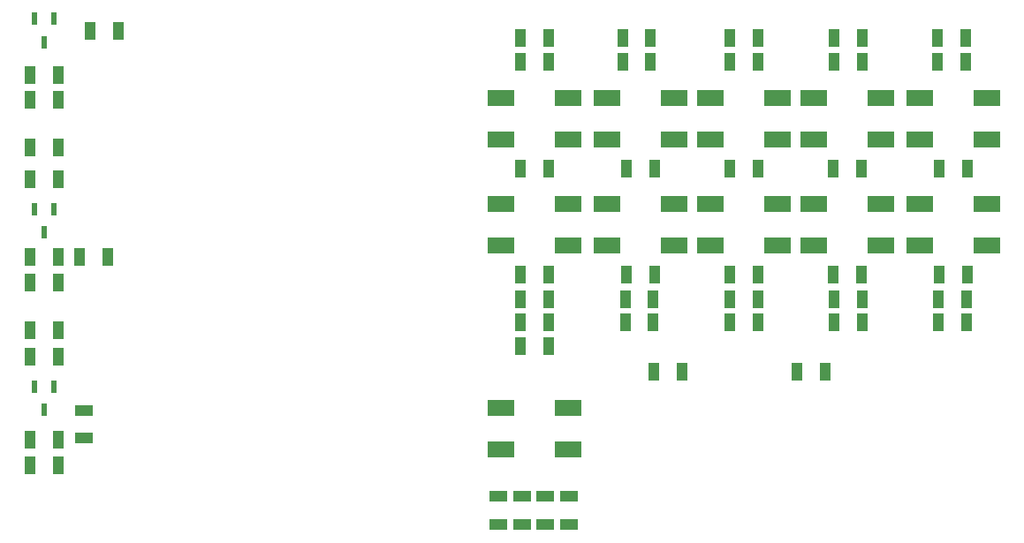
<source format=gtp>
G04 Layer_Color=8421504*
%FSAX24Y24*%
%MOIN*%
G70*
G01*
G75*
%ADD10R,0.0984X0.0591*%
%ADD11R,0.0433X0.0669*%
%ADD12R,0.0669X0.0433*%
%ADD13R,0.0236X0.0453*%
D10*
X025660Y-005487D02*
D03*
X023140D02*
D03*
X025660Y-003913D02*
D03*
X023140D02*
D03*
X027140D02*
D03*
X029660D02*
D03*
X027140Y-005487D02*
D03*
X029660D02*
D03*
X033560D02*
D03*
X031040D02*
D03*
X033560Y-003913D02*
D03*
X031040D02*
D03*
X034940D02*
D03*
X037460D02*
D03*
X034940Y-005487D02*
D03*
X037460D02*
D03*
X041460D02*
D03*
X038940D02*
D03*
X041460Y-003913D02*
D03*
X038940D02*
D03*
X023140Y-007913D02*
D03*
X025660D02*
D03*
X023140Y-009487D02*
D03*
X025660D02*
D03*
X029660D02*
D03*
X027140D02*
D03*
X029660Y-007913D02*
D03*
X027140D02*
D03*
X031040D02*
D03*
X033560D02*
D03*
X031040Y-009487D02*
D03*
X033560D02*
D03*
X034940Y-007913D02*
D03*
X037460D02*
D03*
X034940Y-009487D02*
D03*
X037460D02*
D03*
X038940Y-007913D02*
D03*
X041460D02*
D03*
X038940Y-009487D02*
D03*
X041460D02*
D03*
X025660Y-017187D02*
D03*
X023140D02*
D03*
X025660Y-015613D02*
D03*
X023140D02*
D03*
D11*
X027717Y-001673D02*
D03*
X028780D02*
D03*
X035689D02*
D03*
X036752D02*
D03*
X028780Y-002559D02*
D03*
X027717D02*
D03*
X036752D02*
D03*
X035689D02*
D03*
X008701Y-001378D02*
D03*
X007638D02*
D03*
X029961Y-014272D02*
D03*
X028898D02*
D03*
X035374D02*
D03*
X034311D02*
D03*
X006437Y-003051D02*
D03*
X005374D02*
D03*
X006437Y-013681D02*
D03*
X005374D02*
D03*
X006437Y-012697D02*
D03*
X005374D02*
D03*
X006437Y-009941D02*
D03*
X005374D02*
D03*
X008307D02*
D03*
X007244D02*
D03*
X006437Y-016831D02*
D03*
X005374D02*
D03*
X006437Y-006988D02*
D03*
X005374D02*
D03*
X006437Y-005807D02*
D03*
X005374D02*
D03*
X024941Y-002559D02*
D03*
X023878D02*
D03*
X039626Y-012402D02*
D03*
X040689D02*
D03*
X023878Y-011516D02*
D03*
X024941D02*
D03*
X039606Y-001673D02*
D03*
X040669D02*
D03*
X024941Y-013287D02*
D03*
X023878D02*
D03*
Y-001673D02*
D03*
X024941D02*
D03*
X032815Y-002559D02*
D03*
X031752D02*
D03*
Y-001673D02*
D03*
X032815D02*
D03*
X040669Y-002559D02*
D03*
X039606D02*
D03*
X023878Y-012402D02*
D03*
X024941D02*
D03*
X027815Y-011516D02*
D03*
X028878D02*
D03*
X027815Y-012402D02*
D03*
X028878D02*
D03*
X031752Y-011516D02*
D03*
X032815D02*
D03*
X031752Y-012402D02*
D03*
X032815D02*
D03*
X035689Y-011516D02*
D03*
X036752D02*
D03*
X035689Y-012402D02*
D03*
X036752D02*
D03*
X039626Y-011516D02*
D03*
X040689D02*
D03*
X039669Y-010600D02*
D03*
X040732D02*
D03*
X035668D02*
D03*
X036732D02*
D03*
X031769D02*
D03*
X032831D02*
D03*
X027868D02*
D03*
X028932D02*
D03*
X023869D02*
D03*
X024931D02*
D03*
X039669Y-006600D02*
D03*
X040732D02*
D03*
X035668D02*
D03*
X036732D02*
D03*
X031769D02*
D03*
X032831D02*
D03*
X027868D02*
D03*
X028932D02*
D03*
X023869D02*
D03*
X024931D02*
D03*
X005368Y-017800D02*
D03*
X006431D02*
D03*
Y-010900D02*
D03*
X005368D02*
D03*
X006431Y-004000D02*
D03*
X005368D02*
D03*
D12*
X023031Y-020020D02*
D03*
Y-018957D02*
D03*
X024803D02*
D03*
Y-020020D02*
D03*
X023917D02*
D03*
Y-018957D02*
D03*
X025689D02*
D03*
Y-020020D02*
D03*
X007382Y-016772D02*
D03*
Y-015709D02*
D03*
D13*
X006280Y-000935D02*
D03*
X005531D02*
D03*
X005906Y-001821D02*
D03*
X006280Y-008120D02*
D03*
X005531D02*
D03*
X005906Y-009006D02*
D03*
X006280Y-014813D02*
D03*
X005531D02*
D03*
X005906Y-015699D02*
D03*
M02*

</source>
